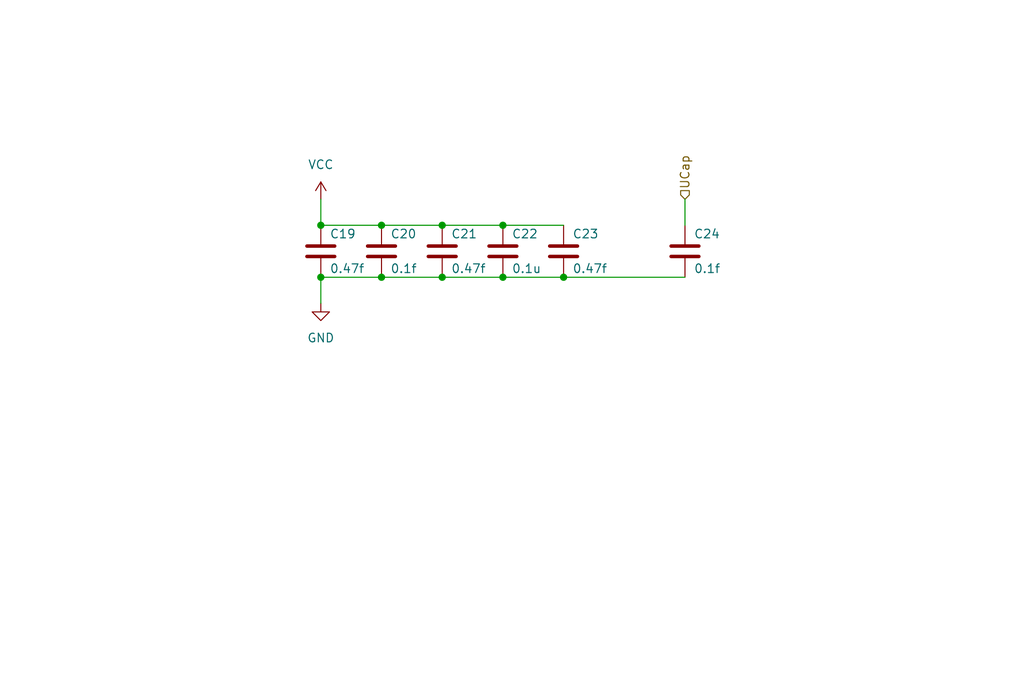
<source format=kicad_sch>
(kicad_sch (version 20211123) (generator eeschema)
  (paper "User" 150.012 99.9998)
  (title_block (title "Ramen80") (date "2022-02-24") (rev "v1.0.0") (company "Ramen Keebs") (comment 1 "Capacitor Grid"))
  (lib_symbols
    (symbol "Device:C" (pin_numbers hide) (pin_names (offset 0.254))
      (property "Reference" "C" (at 0.635 2.54 0))
      (property "Value" "C" (at 0.635 -2.54 0))
      (symbol "C_0_1"
        (polyline (pts (xy -2.032 -0.762) (xy 2.032 -0.762)) (stroke (width 0.508)))
        (polyline (pts (xy -2.032 0.762) (xy 2.032 0.762)) (stroke (width 0.508)))
      )
      (symbol "C_1_1"
        (pin passive line (at 0 3.81 270) (length 2.794) (name "~") (number "1"))
        (pin passive line (at 0 -3.81 90) (length 2.794) (name "~") (number "2"))
      )
    )
    (symbol "power:GND" (power) (pin_names (offset 0))
      (property "Value" "GND" (at 0 -3.81 0))
      (symbol "GND_0_1"
        (polyline (pts (xy 0 0) (xy 0 -1.27) (xy 1.27 -1.27) (xy 0 -2.54) (xy -1.27 -1.27) (xy 0 -1.27)))
      )
      (symbol "GND_1_1"
        (pin power_in line (at 0 0 270) (length 0) hide (name "GND") (number "1"))
      )
    )
    (symbol "power:VCC" (power) (pin_names (offset 0))
      (property "Value" "VCC" (at 0 3.81 0))
      (symbol "VCC_0_1"
        (polyline (pts (xy -0.762 1.27) (xy 0 2.54)))
        (polyline (pts (xy 0 0) (xy 0 2.54)))
        (polyline (pts (xy 0 2.54) (xy 0.762 1.27)))
      )
      (symbol "VCC_1_1"
        (pin power_in line (at 0 0 90) (length 0) hide (name "VCC") (number "1"))
      )
    )
  )
  (junction (at 55.88 33.02))
  (junction (at 64.77 33.02))
  (junction (at 55.88 40.64))
  (junction (at 82.55 40.64))
  (junction (at 64.77 40.64))
  (junction (at 46.99 33.02))
  (junction (at 46.99 40.64))
  (junction (at 73.66 40.64))
  (junction (at 73.66 33.02))
  (wire (pts (xy 73.66 40.64) (xy 82.55 40.64)))
  (wire (pts (xy 46.99 33.02) (xy 55.88 33.02)))
  (wire (pts (xy 46.99 40.64) (xy 55.88 40.64)))
  (wire (pts (xy 46.99 29.21) (xy 46.99 33.02)))
  (wire (pts (xy 64.77 33.02) (xy 73.66 33.02)))
  (wire (pts (xy 82.55 40.64) (xy 100.33 40.64)))
  (wire (pts (xy 100.33 29.21) (xy 100.33 33.02)))
  (wire (pts (xy 55.88 33.02) (xy 64.77 33.02)))
  (wire (pts (xy 73.66 33.02) (xy 82.55 33.02)))
  (wire (pts (xy 64.77 40.64) (xy 73.66 40.64)))
  (wire (pts (xy 55.88 40.64) (xy 64.77 40.64)))
  (wire (pts (xy 46.99 40.64) (xy 46.99 44.45)))
  (hierarchical_label "UCap" (shape input) (at 100.33 29.21 90))
  (symbol (lib_id "Device:C") (at 73.66 36.83 0) (unit 1)
    (property "Reference" "C22" (at 74.93 34.29 0) (effects (justify left)))
    (property "Value" "0.1u" (at 74.93 39.37 0) (effects (justify left)))
    (property "Footprint" "Capacitor_SMD:C_0805_2012Metric" (effects hide))
  )
  (symbol (lib_id "Device:C") (at 46.99 36.83 0) (unit 1)
    (property "Reference" "C19" (at 48.26 34.29 0) (effects (justify left)))
    (property "Value" "0.47f" (at 48.26 39.37 0) (effects (justify left)))
    (property "Footprint" "Capacitor_SMD:C_0805_2012Metric" (effects hide))
  )
  (symbol (lib_id "Device:C") (at 55.88 36.83 0) (unit 1)
    (property "Reference" "C20" (at 57.15 34.29 0) (effects (justify left)))
    (property "Value" "0.1f" (at 57.15 39.37 0) (effects (justify left)))
    (property "Footprint" "Capacitor_SMD:C_0805_2012Metric" (effects hide))
  )
  (symbol (lib_id "power:GND") (at 46.99 44.45 0) (unit 1)
    (property "Reference" "#PWR042" (effects hide))
    (property "Value" "GND" (at 46.99 49.53 0))
  )
  (symbol (lib_id "Device:C") (at 64.77 36.83 0) (unit 1)
    (property "Reference" "C21" (at 66.04 34.29 0) (effects (justify left)))
    (property "Value" "0.47f" (at 66.04 39.37 0) (effects (justify left)))
    (property "Footprint" "Capacitor_SMD:C_0805_2012Metric" (effects hide))
  )
  (symbol (lib_id "Device:C") (at 82.55 36.83 0) (unit 1)
    (property "Reference" "C23" (at 83.82 34.29 0) (effects (justify left)))
    (property "Value" "0.47f" (at 83.82 39.37 0) (effects (justify left)))
    (property "Footprint" "Capacitor_SMD:C_0805_2012Metric" (effects hide))
  )
  (symbol (lib_id "power:VCC") (at 46.99 29.21 0) (unit 1)
    (property "Reference" "#PWR041" (effects hide))
    (property "Value" "VCC" (at 46.99 24.13 0))
  )
  (symbol (lib_id "Device:C") (at 100.33 36.83 0) (unit 1)
    (property "Reference" "C24" (at 101.6 34.29 0) (effects (justify left)))
    (property "Value" "0.1f" (at 101.6 39.37 0) (effects (justify left)))
    (property "Footprint" "Capacitor_SMD:C_0805_2012Metric" (effects hide))
  )
)
</source>
